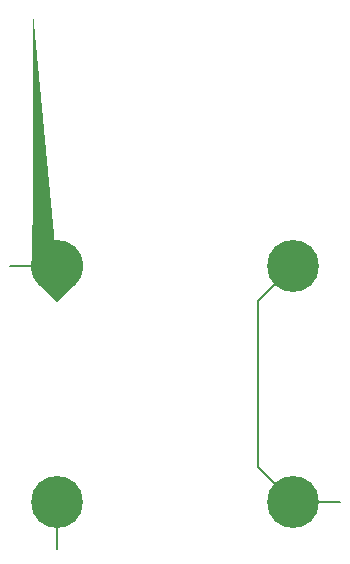
<source format=gtl>
%TF.GenerationSoftware,KiCad,Pcbnew,9.0.4*%
%TF.CreationDate,2025-10-01T23:04:06+01:00*%
%TF.ProjectId,mm_light_sensor,6d6d5f6c-6967-4687-945f-73656e736f72,v0.4*%
%TF.SameCoordinates,PX8d24d00PY36d6160*%
%TF.FileFunction,Copper,L1,Top*%
%TF.FilePolarity,Positive*%
%FSLAX45Y45*%
G04 Gerber Fmt 4.5, Leading zero omitted, Abs format (unit mm)*
G04 Created by KiCad (PCBNEW 9.0.4) date 2025-10-01 23:04:06*
%MOMM*%
%LPD*%
G01*
G04 APERTURE LIST*
G04 Aperture macros list*
%AMFreePoly0*
4,1,59,1.555635,1.555635,1.602276,1.508284,1.690419,1.408790,1.772397,1.304154,1.847906,1.194760,1.916673,1.081007,1.978445,0.963309,2.032999,0.842096,2.080134,0.717810,2.119678,0.590905,2.151490,0.461844,2.175450,0.331096,2.191472,0.199143,2.199498,0.066462,2.199498,-0.066462,2.191472,-0.199143,2.175450,-0.331096,2.151490,-0.461844,2.119678,-0.590905,2.080134,-0.717810,
2.032999,-0.842096,1.978445,-0.963309,1.916673,-1.081007,1.847906,-1.194760,1.772397,-1.304154,1.690419,-1.408790,1.602276,-1.508284,1.555635,-1.555635,0.000000,-3.111270,-1.555635,-1.555635,-1.602276,-1.508284,-1.690419,-1.408790,-1.772397,-1.304154,-1.847906,-1.194760,-1.916673,-1.081007,-1.978445,-0.963309,-2.032999,-0.842096,-2.080134,-0.717810,-2.119678,-0.590905,-2.151490,-0.461844,
-2.175450,-0.331096,-2.191472,-0.199143,-2.199498,-0.066462,-2.199498,0.066462,-2.191472,0.199143,-2.175450,0.331096,-2.151490,0.461844,-2.119678,0.590905,-2.080134,0.717810,-2.032999,0.842096,-1.978445,0.963309,-1.916673,1.081007,-1.847906,1.194760,-1.772397,1.304154,-1.690419,1.408790,-1.602276,1.508284,-1.555635,1.555635,0.000000,3.111270,1.555635,1.555635,1.555635,1.555635,
$1*%
G04 Aperture macros list end*
%TA.AperFunction,SMDPad,CuDef*%
%ADD10C,0.100000*%
%TD*%
%TA.AperFunction,ComponentPad*%
%ADD11C,4.400000*%
%TD*%
%TA.AperFunction,FiducialPad,Local*%
%ADD12FreePoly0,135.000000*%
%TD*%
%TA.AperFunction,FiducialPad,Local*%
%ADD13C,4.400000*%
%TD*%
%TA.AperFunction,Conductor*%
%ADD14C,0.200000*%
%TD*%
G04 APERTURE END LIST*
D10*
%TO.P,GS1,1,JD_DATA*%
%TO.N,JD_DATA*%
X-1400000Y1000000D03*
%TD*%
D11*
%TO.P,MH3,MH3,MH3*%
%TO.N,JD_PWR*%
X-1000080Y-1000080D03*
%TD*%
%TO.P,MH4,MH4,MH4*%
%TO.N,GND*%
X1000000Y-1000000D03*
%TD*%
D10*
%TO.P,GS2,1,GND*%
%TO.N,GND*%
X1400000Y-1000000D03*
%TD*%
D11*
%TO.P,MH2,MH2,MH2*%
%TO.N,GND*%
X1000000Y1000000D03*
%TD*%
D10*
%TO.P,GS3,1,JD_PWR*%
%TO.N,JD_PWR*%
X-1000000Y-1400000D03*
%TD*%
D12*
%TO.P,MH1,MH1,MH1*%
%TO.N,JD_DATA*%
X-1000000Y1000000D03*
D13*
X-1000000Y1000000D03*
%TD*%
D14*
%TO.N,JD_DATA*%
X-1000000Y1000000D02*
X-1400000Y1000000D01*
%TO.N,GND*%
X700000Y700000D02*
X700000Y-700000D01*
X700000Y-700000D02*
X1000000Y-1000000D01*
X1000000Y-1000000D02*
X1400000Y-1000000D01*
X1000000Y1000000D02*
X700000Y700000D01*
X700000Y-700000D02*
X700000Y-700000D01*
X1400000Y-1000000D02*
X1400000Y-1000000D01*
%TO.N,JD_PWR*%
X-1000080Y-1399920D02*
X-1000000Y-1400000D01*
X-1000080Y-1000080D02*
X-1000080Y-1399920D01*
%TD*%
M02*

</source>
